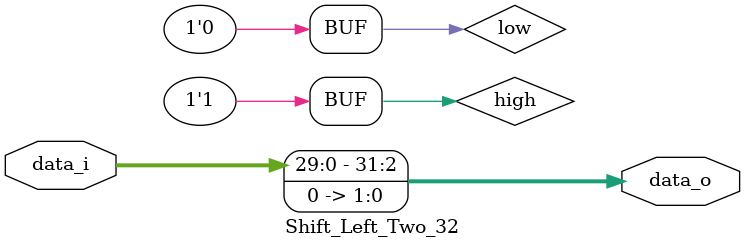
<source format=v>

module Shift_Left_Two_32(
    data_i,
    data_o
    );

//I/O ports                    
input [32-1:0] data_i;
output [32-1:0] data_o;

reg low=0;
reg high=1;
//shift left 2
assign data_o[ 0]=low;        assign data_o[ 1]=low;          assign data_o[ 2]=data_i[ 0]; assign data_o[ 3]=data_i[ 1];
assign data_o[ 4]=data_i[ 2]; assign data_o[ 5]=data_i[ 3]; assign data_o[ 6]=data_i[ 4]; assign data_o[ 7]=data_i[ 5];
assign data_o[ 8]=data_i[ 6]; assign data_o[ 9]=data_i[ 7]; assign data_o[10]=data_i[ 8]; assign data_o[11]=data_i[ 9];
assign data_o[12]=data_i[10]; assign data_o[13]=data_i[11]; assign data_o[14]=data_i[12]; assign data_o[15]=data_i[13];
assign data_o[16]=data_i[14]; assign data_o[17]=data_i[15]; assign data_o[18]=data_i[16]; assign data_o[19]=data_i[17];
assign data_o[20]=data_i[18]; assign data_o[21]=data_i[19]; assign data_o[22]=data_i[20]; assign data_o[23]=data_i[21];
assign data_o[24]=data_i[22]; assign data_o[25]=data_i[23]; assign data_o[26]=data_i[24]; assign data_o[27]=data_i[25];
assign data_o[28]=data_i[26]; assign data_o[29]=data_i[27]; assign data_o[30]=data_i[28]; assign data_o[31]=data_i[29];
     
endmodule

</source>
